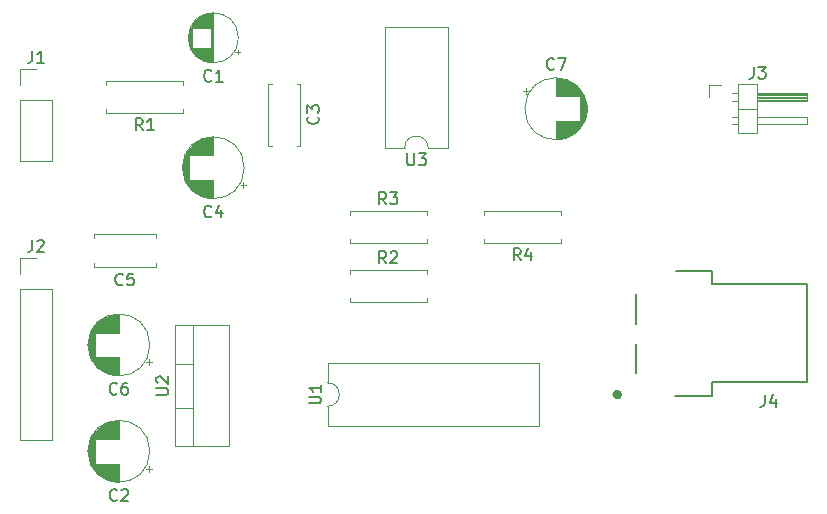
<source format=gto>
%TF.GenerationSoftware,KiCad,Pcbnew,(5.1.10)-1*%
%TF.CreationDate,2022-07-05T19:15:51+09:00*%
%TF.ProjectId,MZ_CVBS,4d5a5f43-5642-4532-9e6b-696361645f70,rev?*%
%TF.SameCoordinates,Original*%
%TF.FileFunction,Legend,Top*%
%TF.FilePolarity,Positive*%
%FSLAX46Y46*%
G04 Gerber Fmt 4.6, Leading zero omitted, Abs format (unit mm)*
G04 Created by KiCad (PCBNEW (5.1.10)-1) date 2022-07-05 19:15:51*
%MOMM*%
%LPD*%
G01*
G04 APERTURE LIST*
%ADD10C,0.120000*%
%ADD11C,0.127000*%
%ADD12C,0.400000*%
%ADD13C,0.150000*%
G04 APERTURE END LIST*
D10*
%TO.C,C1*%
X-338880000Y423000000D02*
G75*
G03*
X-338880000Y423000000I-2120000J0D01*
G01*
X-341000000Y420920000D02*
X-341000000Y425080000D01*
X-341040000Y420920000D02*
X-341040000Y425080000D01*
X-341080000Y420921000D02*
X-341080000Y425079000D01*
X-341120000Y420923000D02*
X-341120000Y425077000D01*
X-341160000Y420926000D02*
X-341160000Y425074000D01*
X-341200000Y420929000D02*
X-341200000Y422160000D01*
X-341200000Y423840000D02*
X-341200000Y425071000D01*
X-341240000Y420933000D02*
X-341240000Y422160000D01*
X-341240000Y423840000D02*
X-341240000Y425067000D01*
X-341280000Y420938000D02*
X-341280000Y422160000D01*
X-341280000Y423840000D02*
X-341280000Y425062000D01*
X-341320000Y420944000D02*
X-341320000Y422160000D01*
X-341320000Y423840000D02*
X-341320000Y425056000D01*
X-341360000Y420950000D02*
X-341360000Y422160000D01*
X-341360000Y423840000D02*
X-341360000Y425050000D01*
X-341400000Y420958000D02*
X-341400000Y422160000D01*
X-341400000Y423840000D02*
X-341400000Y425042000D01*
X-341440000Y420966000D02*
X-341440000Y422160000D01*
X-341440000Y423840000D02*
X-341440000Y425034000D01*
X-341480000Y420975000D02*
X-341480000Y422160000D01*
X-341480000Y423840000D02*
X-341480000Y425025000D01*
X-341520000Y420984000D02*
X-341520000Y422160000D01*
X-341520000Y423840000D02*
X-341520000Y425016000D01*
X-341560000Y420995000D02*
X-341560000Y422160000D01*
X-341560000Y423840000D02*
X-341560000Y425005000D01*
X-341600000Y421006000D02*
X-341600000Y422160000D01*
X-341600000Y423840000D02*
X-341600000Y424994000D01*
X-341640000Y421018000D02*
X-341640000Y422160000D01*
X-341640000Y423840000D02*
X-341640000Y424982000D01*
X-341680000Y421032000D02*
X-341680000Y422160000D01*
X-341680000Y423840000D02*
X-341680000Y424968000D01*
X-341721000Y421046000D02*
X-341721000Y422160000D01*
X-341721000Y423840000D02*
X-341721000Y424954000D01*
X-341761000Y421060000D02*
X-341761000Y422160000D01*
X-341761000Y423840000D02*
X-341761000Y424940000D01*
X-341801000Y421076000D02*
X-341801000Y422160000D01*
X-341801000Y423840000D02*
X-341801000Y424924000D01*
X-341841000Y421093000D02*
X-341841000Y422160000D01*
X-341841000Y423840000D02*
X-341841000Y424907000D01*
X-341881000Y421111000D02*
X-341881000Y422160000D01*
X-341881000Y423840000D02*
X-341881000Y424889000D01*
X-341921000Y421130000D02*
X-341921000Y422160000D01*
X-341921000Y423840000D02*
X-341921000Y424870000D01*
X-341961000Y421149000D02*
X-341961000Y422160000D01*
X-341961000Y423840000D02*
X-341961000Y424851000D01*
X-342001000Y421170000D02*
X-342001000Y422160000D01*
X-342001000Y423840000D02*
X-342001000Y424830000D01*
X-342041000Y421192000D02*
X-342041000Y422160000D01*
X-342041000Y423840000D02*
X-342041000Y424808000D01*
X-342081000Y421215000D02*
X-342081000Y422160000D01*
X-342081000Y423840000D02*
X-342081000Y424785000D01*
X-342121000Y421240000D02*
X-342121000Y422160000D01*
X-342121000Y423840000D02*
X-342121000Y424760000D01*
X-342161000Y421265000D02*
X-342161000Y422160000D01*
X-342161000Y423840000D02*
X-342161000Y424735000D01*
X-342201000Y421292000D02*
X-342201000Y422160000D01*
X-342201000Y423840000D02*
X-342201000Y424708000D01*
X-342241000Y421320000D02*
X-342241000Y422160000D01*
X-342241000Y423840000D02*
X-342241000Y424680000D01*
X-342281000Y421350000D02*
X-342281000Y422160000D01*
X-342281000Y423840000D02*
X-342281000Y424650000D01*
X-342321000Y421381000D02*
X-342321000Y422160000D01*
X-342321000Y423840000D02*
X-342321000Y424619000D01*
X-342361000Y421413000D02*
X-342361000Y422160000D01*
X-342361000Y423840000D02*
X-342361000Y424587000D01*
X-342401000Y421448000D02*
X-342401000Y422160000D01*
X-342401000Y423840000D02*
X-342401000Y424552000D01*
X-342441000Y421484000D02*
X-342441000Y422160000D01*
X-342441000Y423840000D02*
X-342441000Y424516000D01*
X-342481000Y421522000D02*
X-342481000Y422160000D01*
X-342481000Y423840000D02*
X-342481000Y424478000D01*
X-342521000Y421562000D02*
X-342521000Y422160000D01*
X-342521000Y423840000D02*
X-342521000Y424438000D01*
X-342561000Y421604000D02*
X-342561000Y422160000D01*
X-342561000Y423840000D02*
X-342561000Y424396000D01*
X-342601000Y421649000D02*
X-342601000Y422160000D01*
X-342601000Y423840000D02*
X-342601000Y424351000D01*
X-342641000Y421696000D02*
X-342641000Y422160000D01*
X-342641000Y423840000D02*
X-342641000Y424304000D01*
X-342681000Y421746000D02*
X-342681000Y422160000D01*
X-342681000Y423840000D02*
X-342681000Y424254000D01*
X-342721000Y421800000D02*
X-342721000Y422160000D01*
X-342721000Y423840000D02*
X-342721000Y424200000D01*
X-342761000Y421858000D02*
X-342761000Y422160000D01*
X-342761000Y423840000D02*
X-342761000Y424142000D01*
X-342801000Y421920000D02*
X-342801000Y422160000D01*
X-342801000Y423840000D02*
X-342801000Y424080000D01*
X-342841000Y421987000D02*
X-342841000Y424013000D01*
X-342881000Y422060000D02*
X-342881000Y423940000D01*
X-342921000Y422141000D02*
X-342921000Y423859000D01*
X-342961000Y422232000D02*
X-342961000Y423768000D01*
X-343001000Y422336000D02*
X-343001000Y423664000D01*
X-343041000Y422463000D02*
X-343041000Y423537000D01*
X-343081000Y422630000D02*
X-343081000Y423370000D01*
X-338730199Y421805000D02*
X-339130199Y421805000D01*
X-338930199Y421605000D02*
X-338930199Y422005000D01*
%TO.C,C2*%
X-346380000Y388000000D02*
G75*
G03*
X-346380000Y388000000I-2620000J0D01*
G01*
X-349000000Y389040000D02*
X-349000000Y390580000D01*
X-349000000Y385420000D02*
X-349000000Y386960000D01*
X-349040000Y389040000D02*
X-349040000Y390580000D01*
X-349040000Y385420000D02*
X-349040000Y386960000D01*
X-349080000Y385421000D02*
X-349080000Y386960000D01*
X-349080000Y389040000D02*
X-349080000Y390579000D01*
X-349120000Y385422000D02*
X-349120000Y386960000D01*
X-349120000Y389040000D02*
X-349120000Y390578000D01*
X-349160000Y385424000D02*
X-349160000Y386960000D01*
X-349160000Y389040000D02*
X-349160000Y390576000D01*
X-349200000Y385427000D02*
X-349200000Y386960000D01*
X-349200000Y389040000D02*
X-349200000Y390573000D01*
X-349240000Y385431000D02*
X-349240000Y386960000D01*
X-349240000Y389040000D02*
X-349240000Y390569000D01*
X-349280000Y385435000D02*
X-349280000Y386960000D01*
X-349280000Y389040000D02*
X-349280000Y390565000D01*
X-349320000Y385439000D02*
X-349320000Y386960000D01*
X-349320000Y389040000D02*
X-349320000Y390561000D01*
X-349360000Y385444000D02*
X-349360000Y386960000D01*
X-349360000Y389040000D02*
X-349360000Y390556000D01*
X-349400000Y385450000D02*
X-349400000Y386960000D01*
X-349400000Y389040000D02*
X-349400000Y390550000D01*
X-349440000Y385457000D02*
X-349440000Y386960000D01*
X-349440000Y389040000D02*
X-349440000Y390543000D01*
X-349480000Y385464000D02*
X-349480000Y386960000D01*
X-349480000Y389040000D02*
X-349480000Y390536000D01*
X-349520000Y385472000D02*
X-349520000Y386960000D01*
X-349520000Y389040000D02*
X-349520000Y390528000D01*
X-349560000Y385480000D02*
X-349560000Y386960000D01*
X-349560000Y389040000D02*
X-349560000Y390520000D01*
X-349600000Y385489000D02*
X-349600000Y386960000D01*
X-349600000Y389040000D02*
X-349600000Y390511000D01*
X-349640000Y385499000D02*
X-349640000Y386960000D01*
X-349640000Y389040000D02*
X-349640000Y390501000D01*
X-349680000Y385509000D02*
X-349680000Y386960000D01*
X-349680000Y389040000D02*
X-349680000Y390491000D01*
X-349721000Y385520000D02*
X-349721000Y386960000D01*
X-349721000Y389040000D02*
X-349721000Y390480000D01*
X-349761000Y385532000D02*
X-349761000Y386960000D01*
X-349761000Y389040000D02*
X-349761000Y390468000D01*
X-349801000Y385545000D02*
X-349801000Y386960000D01*
X-349801000Y389040000D02*
X-349801000Y390455000D01*
X-349841000Y385558000D02*
X-349841000Y386960000D01*
X-349841000Y389040000D02*
X-349841000Y390442000D01*
X-349881000Y385572000D02*
X-349881000Y386960000D01*
X-349881000Y389040000D02*
X-349881000Y390428000D01*
X-349921000Y385586000D02*
X-349921000Y386960000D01*
X-349921000Y389040000D02*
X-349921000Y390414000D01*
X-349961000Y385602000D02*
X-349961000Y386960000D01*
X-349961000Y389040000D02*
X-349961000Y390398000D01*
X-350001000Y385618000D02*
X-350001000Y386960000D01*
X-350001000Y389040000D02*
X-350001000Y390382000D01*
X-350041000Y385635000D02*
X-350041000Y386960000D01*
X-350041000Y389040000D02*
X-350041000Y390365000D01*
X-350081000Y385652000D02*
X-350081000Y386960000D01*
X-350081000Y389040000D02*
X-350081000Y390348000D01*
X-350121000Y385671000D02*
X-350121000Y386960000D01*
X-350121000Y389040000D02*
X-350121000Y390329000D01*
X-350161000Y385690000D02*
X-350161000Y386960000D01*
X-350161000Y389040000D02*
X-350161000Y390310000D01*
X-350201000Y385710000D02*
X-350201000Y386960000D01*
X-350201000Y389040000D02*
X-350201000Y390290000D01*
X-350241000Y385732000D02*
X-350241000Y386960000D01*
X-350241000Y389040000D02*
X-350241000Y390268000D01*
X-350281000Y385753000D02*
X-350281000Y386960000D01*
X-350281000Y389040000D02*
X-350281000Y390247000D01*
X-350321000Y385776000D02*
X-350321000Y386960000D01*
X-350321000Y389040000D02*
X-350321000Y390224000D01*
X-350361000Y385800000D02*
X-350361000Y386960000D01*
X-350361000Y389040000D02*
X-350361000Y390200000D01*
X-350401000Y385825000D02*
X-350401000Y386960000D01*
X-350401000Y389040000D02*
X-350401000Y390175000D01*
X-350441000Y385851000D02*
X-350441000Y386960000D01*
X-350441000Y389040000D02*
X-350441000Y390149000D01*
X-350481000Y385878000D02*
X-350481000Y386960000D01*
X-350481000Y389040000D02*
X-350481000Y390122000D01*
X-350521000Y385905000D02*
X-350521000Y386960000D01*
X-350521000Y389040000D02*
X-350521000Y390095000D01*
X-350561000Y385935000D02*
X-350561000Y386960000D01*
X-350561000Y389040000D02*
X-350561000Y390065000D01*
X-350601000Y385965000D02*
X-350601000Y386960000D01*
X-350601000Y389040000D02*
X-350601000Y390035000D01*
X-350641000Y385996000D02*
X-350641000Y386960000D01*
X-350641000Y389040000D02*
X-350641000Y390004000D01*
X-350681000Y386029000D02*
X-350681000Y386960000D01*
X-350681000Y389040000D02*
X-350681000Y389971000D01*
X-350721000Y386063000D02*
X-350721000Y386960000D01*
X-350721000Y389040000D02*
X-350721000Y389937000D01*
X-350761000Y386099000D02*
X-350761000Y386960000D01*
X-350761000Y389040000D02*
X-350761000Y389901000D01*
X-350801000Y386136000D02*
X-350801000Y386960000D01*
X-350801000Y389040000D02*
X-350801000Y389864000D01*
X-350841000Y386174000D02*
X-350841000Y386960000D01*
X-350841000Y389040000D02*
X-350841000Y389826000D01*
X-350881000Y386215000D02*
X-350881000Y386960000D01*
X-350881000Y389040000D02*
X-350881000Y389785000D01*
X-350921000Y386257000D02*
X-350921000Y386960000D01*
X-350921000Y389040000D02*
X-350921000Y389743000D01*
X-350961000Y386301000D02*
X-350961000Y386960000D01*
X-350961000Y389040000D02*
X-350961000Y389699000D01*
X-351001000Y386347000D02*
X-351001000Y386960000D01*
X-351001000Y389040000D02*
X-351001000Y389653000D01*
X-351041000Y386395000D02*
X-351041000Y389605000D01*
X-351081000Y386446000D02*
X-351081000Y389554000D01*
X-351121000Y386500000D02*
X-351121000Y389500000D01*
X-351161000Y386557000D02*
X-351161000Y389443000D01*
X-351201000Y386617000D02*
X-351201000Y389383000D01*
X-351241000Y386681000D02*
X-351241000Y389319000D01*
X-351281000Y386749000D02*
X-351281000Y389251000D01*
X-351321000Y386822000D02*
X-351321000Y389178000D01*
X-351361000Y386902000D02*
X-351361000Y389098000D01*
X-351401000Y386989000D02*
X-351401000Y389011000D01*
X-351441000Y387085000D02*
X-351441000Y388915000D01*
X-351481000Y387195000D02*
X-351481000Y388805000D01*
X-351521000Y387323000D02*
X-351521000Y388677000D01*
X-351561000Y387482000D02*
X-351561000Y388518000D01*
X-351601000Y387716000D02*
X-351601000Y388284000D01*
X-346195225Y386525000D02*
X-346695225Y386525000D01*
X-346445225Y386275000D02*
X-346445225Y386775000D01*
%TO.C,C3*%
X-336055000Y413880000D02*
X-336370000Y413880000D01*
X-333630000Y413880000D02*
X-333945000Y413880000D01*
X-336055000Y419120000D02*
X-336370000Y419120000D01*
X-333630000Y419120000D02*
X-333945000Y419120000D01*
X-336370000Y419120000D02*
X-336370000Y413880000D01*
X-333630000Y419120000D02*
X-333630000Y413880000D01*
%TO.C,C4*%
X-338380000Y412000000D02*
G75*
G03*
X-338380000Y412000000I-2620000J0D01*
G01*
X-341000000Y413040000D02*
X-341000000Y414580000D01*
X-341000000Y409420000D02*
X-341000000Y410960000D01*
X-341040000Y413040000D02*
X-341040000Y414580000D01*
X-341040000Y409420000D02*
X-341040000Y410960000D01*
X-341080000Y409421000D02*
X-341080000Y410960000D01*
X-341080000Y413040000D02*
X-341080000Y414579000D01*
X-341120000Y409422000D02*
X-341120000Y410960000D01*
X-341120000Y413040000D02*
X-341120000Y414578000D01*
X-341160000Y409424000D02*
X-341160000Y410960000D01*
X-341160000Y413040000D02*
X-341160000Y414576000D01*
X-341200000Y409427000D02*
X-341200000Y410960000D01*
X-341200000Y413040000D02*
X-341200000Y414573000D01*
X-341240000Y409431000D02*
X-341240000Y410960000D01*
X-341240000Y413040000D02*
X-341240000Y414569000D01*
X-341280000Y409435000D02*
X-341280000Y410960000D01*
X-341280000Y413040000D02*
X-341280000Y414565000D01*
X-341320000Y409439000D02*
X-341320000Y410960000D01*
X-341320000Y413040000D02*
X-341320000Y414561000D01*
X-341360000Y409444000D02*
X-341360000Y410960000D01*
X-341360000Y413040000D02*
X-341360000Y414556000D01*
X-341400000Y409450000D02*
X-341400000Y410960000D01*
X-341400000Y413040000D02*
X-341400000Y414550000D01*
X-341440000Y409457000D02*
X-341440000Y410960000D01*
X-341440000Y413040000D02*
X-341440000Y414543000D01*
X-341480000Y409464000D02*
X-341480000Y410960000D01*
X-341480000Y413040000D02*
X-341480000Y414536000D01*
X-341520000Y409472000D02*
X-341520000Y410960000D01*
X-341520000Y413040000D02*
X-341520000Y414528000D01*
X-341560000Y409480000D02*
X-341560000Y410960000D01*
X-341560000Y413040000D02*
X-341560000Y414520000D01*
X-341600000Y409489000D02*
X-341600000Y410960000D01*
X-341600000Y413040000D02*
X-341600000Y414511000D01*
X-341640000Y409499000D02*
X-341640000Y410960000D01*
X-341640000Y413040000D02*
X-341640000Y414501000D01*
X-341680000Y409509000D02*
X-341680000Y410960000D01*
X-341680000Y413040000D02*
X-341680000Y414491000D01*
X-341721000Y409520000D02*
X-341721000Y410960000D01*
X-341721000Y413040000D02*
X-341721000Y414480000D01*
X-341761000Y409532000D02*
X-341761000Y410960000D01*
X-341761000Y413040000D02*
X-341761000Y414468000D01*
X-341801000Y409545000D02*
X-341801000Y410960000D01*
X-341801000Y413040000D02*
X-341801000Y414455000D01*
X-341841000Y409558000D02*
X-341841000Y410960000D01*
X-341841000Y413040000D02*
X-341841000Y414442000D01*
X-341881000Y409572000D02*
X-341881000Y410960000D01*
X-341881000Y413040000D02*
X-341881000Y414428000D01*
X-341921000Y409586000D02*
X-341921000Y410960000D01*
X-341921000Y413040000D02*
X-341921000Y414414000D01*
X-341961000Y409602000D02*
X-341961000Y410960000D01*
X-341961000Y413040000D02*
X-341961000Y414398000D01*
X-342001000Y409618000D02*
X-342001000Y410960000D01*
X-342001000Y413040000D02*
X-342001000Y414382000D01*
X-342041000Y409635000D02*
X-342041000Y410960000D01*
X-342041000Y413040000D02*
X-342041000Y414365000D01*
X-342081000Y409652000D02*
X-342081000Y410960000D01*
X-342081000Y413040000D02*
X-342081000Y414348000D01*
X-342121000Y409671000D02*
X-342121000Y410960000D01*
X-342121000Y413040000D02*
X-342121000Y414329000D01*
X-342161000Y409690000D02*
X-342161000Y410960000D01*
X-342161000Y413040000D02*
X-342161000Y414310000D01*
X-342201000Y409710000D02*
X-342201000Y410960000D01*
X-342201000Y413040000D02*
X-342201000Y414290000D01*
X-342241000Y409732000D02*
X-342241000Y410960000D01*
X-342241000Y413040000D02*
X-342241000Y414268000D01*
X-342281000Y409753000D02*
X-342281000Y410960000D01*
X-342281000Y413040000D02*
X-342281000Y414247000D01*
X-342321000Y409776000D02*
X-342321000Y410960000D01*
X-342321000Y413040000D02*
X-342321000Y414224000D01*
X-342361000Y409800000D02*
X-342361000Y410960000D01*
X-342361000Y413040000D02*
X-342361000Y414200000D01*
X-342401000Y409825000D02*
X-342401000Y410960000D01*
X-342401000Y413040000D02*
X-342401000Y414175000D01*
X-342441000Y409851000D02*
X-342441000Y410960000D01*
X-342441000Y413040000D02*
X-342441000Y414149000D01*
X-342481000Y409878000D02*
X-342481000Y410960000D01*
X-342481000Y413040000D02*
X-342481000Y414122000D01*
X-342521000Y409905000D02*
X-342521000Y410960000D01*
X-342521000Y413040000D02*
X-342521000Y414095000D01*
X-342561000Y409935000D02*
X-342561000Y410960000D01*
X-342561000Y413040000D02*
X-342561000Y414065000D01*
X-342601000Y409965000D02*
X-342601000Y410960000D01*
X-342601000Y413040000D02*
X-342601000Y414035000D01*
X-342641000Y409996000D02*
X-342641000Y410960000D01*
X-342641000Y413040000D02*
X-342641000Y414004000D01*
X-342681000Y410029000D02*
X-342681000Y410960000D01*
X-342681000Y413040000D02*
X-342681000Y413971000D01*
X-342721000Y410063000D02*
X-342721000Y410960000D01*
X-342721000Y413040000D02*
X-342721000Y413937000D01*
X-342761000Y410099000D02*
X-342761000Y410960000D01*
X-342761000Y413040000D02*
X-342761000Y413901000D01*
X-342801000Y410136000D02*
X-342801000Y410960000D01*
X-342801000Y413040000D02*
X-342801000Y413864000D01*
X-342841000Y410174000D02*
X-342841000Y410960000D01*
X-342841000Y413040000D02*
X-342841000Y413826000D01*
X-342881000Y410215000D02*
X-342881000Y410960000D01*
X-342881000Y413040000D02*
X-342881000Y413785000D01*
X-342921000Y410257000D02*
X-342921000Y410960000D01*
X-342921000Y413040000D02*
X-342921000Y413743000D01*
X-342961000Y410301000D02*
X-342961000Y410960000D01*
X-342961000Y413040000D02*
X-342961000Y413699000D01*
X-343001000Y410347000D02*
X-343001000Y410960000D01*
X-343001000Y413040000D02*
X-343001000Y413653000D01*
X-343041000Y410395000D02*
X-343041000Y413605000D01*
X-343081000Y410446000D02*
X-343081000Y413554000D01*
X-343121000Y410500000D02*
X-343121000Y413500000D01*
X-343161000Y410557000D02*
X-343161000Y413443000D01*
X-343201000Y410617000D02*
X-343201000Y413383000D01*
X-343241000Y410681000D02*
X-343241000Y413319000D01*
X-343281000Y410749000D02*
X-343281000Y413251000D01*
X-343321000Y410822000D02*
X-343321000Y413178000D01*
X-343361000Y410902000D02*
X-343361000Y413098000D01*
X-343401000Y410989000D02*
X-343401000Y413011000D01*
X-343441000Y411085000D02*
X-343441000Y412915000D01*
X-343481000Y411195000D02*
X-343481000Y412805000D01*
X-343521000Y411323000D02*
X-343521000Y412677000D01*
X-343561000Y411482000D02*
X-343561000Y412518000D01*
X-343601000Y411716000D02*
X-343601000Y412284000D01*
X-338195225Y410525000D02*
X-338695225Y410525000D01*
X-338445225Y410275000D02*
X-338445225Y410775000D01*
%TO.C,C5*%
X-345880000Y403630000D02*
X-351120000Y403630000D01*
X-345880000Y406370000D02*
X-351120000Y406370000D01*
X-345880000Y403630000D02*
X-345880000Y403945000D01*
X-345880000Y406055000D02*
X-345880000Y406370000D01*
X-351120000Y403630000D02*
X-351120000Y403945000D01*
X-351120000Y406055000D02*
X-351120000Y406370000D01*
%TO.C,C6*%
X-346445225Y395275000D02*
X-346445225Y395775000D01*
X-346195225Y395525000D02*
X-346695225Y395525000D01*
X-351601000Y396716000D02*
X-351601000Y397284000D01*
X-351561000Y396482000D02*
X-351561000Y397518000D01*
X-351521000Y396323000D02*
X-351521000Y397677000D01*
X-351481000Y396195000D02*
X-351481000Y397805000D01*
X-351441000Y396085000D02*
X-351441000Y397915000D01*
X-351401000Y395989000D02*
X-351401000Y398011000D01*
X-351361000Y395902000D02*
X-351361000Y398098000D01*
X-351321000Y395822000D02*
X-351321000Y398178000D01*
X-351281000Y395749000D02*
X-351281000Y398251000D01*
X-351241000Y395681000D02*
X-351241000Y398319000D01*
X-351201000Y395617000D02*
X-351201000Y398383000D01*
X-351161000Y395557000D02*
X-351161000Y398443000D01*
X-351121000Y395500000D02*
X-351121000Y398500000D01*
X-351081000Y395446000D02*
X-351081000Y398554000D01*
X-351041000Y395395000D02*
X-351041000Y398605000D01*
X-351001000Y398040000D02*
X-351001000Y398653000D01*
X-351001000Y395347000D02*
X-351001000Y395960000D01*
X-350961000Y398040000D02*
X-350961000Y398699000D01*
X-350961000Y395301000D02*
X-350961000Y395960000D01*
X-350921000Y398040000D02*
X-350921000Y398743000D01*
X-350921000Y395257000D02*
X-350921000Y395960000D01*
X-350881000Y398040000D02*
X-350881000Y398785000D01*
X-350881000Y395215000D02*
X-350881000Y395960000D01*
X-350841000Y398040000D02*
X-350841000Y398826000D01*
X-350841000Y395174000D02*
X-350841000Y395960000D01*
X-350801000Y398040000D02*
X-350801000Y398864000D01*
X-350801000Y395136000D02*
X-350801000Y395960000D01*
X-350761000Y398040000D02*
X-350761000Y398901000D01*
X-350761000Y395099000D02*
X-350761000Y395960000D01*
X-350721000Y398040000D02*
X-350721000Y398937000D01*
X-350721000Y395063000D02*
X-350721000Y395960000D01*
X-350681000Y398040000D02*
X-350681000Y398971000D01*
X-350681000Y395029000D02*
X-350681000Y395960000D01*
X-350641000Y398040000D02*
X-350641000Y399004000D01*
X-350641000Y394996000D02*
X-350641000Y395960000D01*
X-350601000Y398040000D02*
X-350601000Y399035000D01*
X-350601000Y394965000D02*
X-350601000Y395960000D01*
X-350561000Y398040000D02*
X-350561000Y399065000D01*
X-350561000Y394935000D02*
X-350561000Y395960000D01*
X-350521000Y398040000D02*
X-350521000Y399095000D01*
X-350521000Y394905000D02*
X-350521000Y395960000D01*
X-350481000Y398040000D02*
X-350481000Y399122000D01*
X-350481000Y394878000D02*
X-350481000Y395960000D01*
X-350441000Y398040000D02*
X-350441000Y399149000D01*
X-350441000Y394851000D02*
X-350441000Y395960000D01*
X-350401000Y398040000D02*
X-350401000Y399175000D01*
X-350401000Y394825000D02*
X-350401000Y395960000D01*
X-350361000Y398040000D02*
X-350361000Y399200000D01*
X-350361000Y394800000D02*
X-350361000Y395960000D01*
X-350321000Y398040000D02*
X-350321000Y399224000D01*
X-350321000Y394776000D02*
X-350321000Y395960000D01*
X-350281000Y398040000D02*
X-350281000Y399247000D01*
X-350281000Y394753000D02*
X-350281000Y395960000D01*
X-350241000Y398040000D02*
X-350241000Y399268000D01*
X-350241000Y394732000D02*
X-350241000Y395960000D01*
X-350201000Y398040000D02*
X-350201000Y399290000D01*
X-350201000Y394710000D02*
X-350201000Y395960000D01*
X-350161000Y398040000D02*
X-350161000Y399310000D01*
X-350161000Y394690000D02*
X-350161000Y395960000D01*
X-350121000Y398040000D02*
X-350121000Y399329000D01*
X-350121000Y394671000D02*
X-350121000Y395960000D01*
X-350081000Y398040000D02*
X-350081000Y399348000D01*
X-350081000Y394652000D02*
X-350081000Y395960000D01*
X-350041000Y398040000D02*
X-350041000Y399365000D01*
X-350041000Y394635000D02*
X-350041000Y395960000D01*
X-350001000Y398040000D02*
X-350001000Y399382000D01*
X-350001000Y394618000D02*
X-350001000Y395960000D01*
X-349961000Y398040000D02*
X-349961000Y399398000D01*
X-349961000Y394602000D02*
X-349961000Y395960000D01*
X-349921000Y398040000D02*
X-349921000Y399414000D01*
X-349921000Y394586000D02*
X-349921000Y395960000D01*
X-349881000Y398040000D02*
X-349881000Y399428000D01*
X-349881000Y394572000D02*
X-349881000Y395960000D01*
X-349841000Y398040000D02*
X-349841000Y399442000D01*
X-349841000Y394558000D02*
X-349841000Y395960000D01*
X-349801000Y398040000D02*
X-349801000Y399455000D01*
X-349801000Y394545000D02*
X-349801000Y395960000D01*
X-349761000Y398040000D02*
X-349761000Y399468000D01*
X-349761000Y394532000D02*
X-349761000Y395960000D01*
X-349721000Y398040000D02*
X-349721000Y399480000D01*
X-349721000Y394520000D02*
X-349721000Y395960000D01*
X-349680000Y398040000D02*
X-349680000Y399491000D01*
X-349680000Y394509000D02*
X-349680000Y395960000D01*
X-349640000Y398040000D02*
X-349640000Y399501000D01*
X-349640000Y394499000D02*
X-349640000Y395960000D01*
X-349600000Y398040000D02*
X-349600000Y399511000D01*
X-349600000Y394489000D02*
X-349600000Y395960000D01*
X-349560000Y398040000D02*
X-349560000Y399520000D01*
X-349560000Y394480000D02*
X-349560000Y395960000D01*
X-349520000Y398040000D02*
X-349520000Y399528000D01*
X-349520000Y394472000D02*
X-349520000Y395960000D01*
X-349480000Y398040000D02*
X-349480000Y399536000D01*
X-349480000Y394464000D02*
X-349480000Y395960000D01*
X-349440000Y398040000D02*
X-349440000Y399543000D01*
X-349440000Y394457000D02*
X-349440000Y395960000D01*
X-349400000Y398040000D02*
X-349400000Y399550000D01*
X-349400000Y394450000D02*
X-349400000Y395960000D01*
X-349360000Y398040000D02*
X-349360000Y399556000D01*
X-349360000Y394444000D02*
X-349360000Y395960000D01*
X-349320000Y398040000D02*
X-349320000Y399561000D01*
X-349320000Y394439000D02*
X-349320000Y395960000D01*
X-349280000Y398040000D02*
X-349280000Y399565000D01*
X-349280000Y394435000D02*
X-349280000Y395960000D01*
X-349240000Y398040000D02*
X-349240000Y399569000D01*
X-349240000Y394431000D02*
X-349240000Y395960000D01*
X-349200000Y398040000D02*
X-349200000Y399573000D01*
X-349200000Y394427000D02*
X-349200000Y395960000D01*
X-349160000Y398040000D02*
X-349160000Y399576000D01*
X-349160000Y394424000D02*
X-349160000Y395960000D01*
X-349120000Y398040000D02*
X-349120000Y399578000D01*
X-349120000Y394422000D02*
X-349120000Y395960000D01*
X-349080000Y398040000D02*
X-349080000Y399579000D01*
X-349080000Y394421000D02*
X-349080000Y395960000D01*
X-349040000Y394420000D02*
X-349040000Y395960000D01*
X-349040000Y398040000D02*
X-349040000Y399580000D01*
X-349000000Y394420000D02*
X-349000000Y395960000D01*
X-349000000Y398040000D02*
X-349000000Y399580000D01*
X-346380000Y397000000D02*
G75*
G03*
X-346380000Y397000000I-2620000J0D01*
G01*
%TO.C,C7*%
X-314554775Y418725000D02*
X-314554775Y418225000D01*
X-314804775Y418475000D02*
X-314304775Y418475000D01*
X-309399000Y417284000D02*
X-309399000Y416716000D01*
X-309439000Y417518000D02*
X-309439000Y416482000D01*
X-309479000Y417677000D02*
X-309479000Y416323000D01*
X-309519000Y417805000D02*
X-309519000Y416195000D01*
X-309559000Y417915000D02*
X-309559000Y416085000D01*
X-309599000Y418011000D02*
X-309599000Y415989000D01*
X-309639000Y418098000D02*
X-309639000Y415902000D01*
X-309679000Y418178000D02*
X-309679000Y415822000D01*
X-309719000Y418251000D02*
X-309719000Y415749000D01*
X-309759000Y418319000D02*
X-309759000Y415681000D01*
X-309799000Y418383000D02*
X-309799000Y415617000D01*
X-309839000Y418443000D02*
X-309839000Y415557000D01*
X-309879000Y418500000D02*
X-309879000Y415500000D01*
X-309919000Y418554000D02*
X-309919000Y415446000D01*
X-309959000Y418605000D02*
X-309959000Y415395000D01*
X-309999000Y415960000D02*
X-309999000Y415347000D01*
X-309999000Y418653000D02*
X-309999000Y418040000D01*
X-310039000Y415960000D02*
X-310039000Y415301000D01*
X-310039000Y418699000D02*
X-310039000Y418040000D01*
X-310079000Y415960000D02*
X-310079000Y415257000D01*
X-310079000Y418743000D02*
X-310079000Y418040000D01*
X-310119000Y415960000D02*
X-310119000Y415215000D01*
X-310119000Y418785000D02*
X-310119000Y418040000D01*
X-310159000Y415960000D02*
X-310159000Y415174000D01*
X-310159000Y418826000D02*
X-310159000Y418040000D01*
X-310199000Y415960000D02*
X-310199000Y415136000D01*
X-310199000Y418864000D02*
X-310199000Y418040000D01*
X-310239000Y415960000D02*
X-310239000Y415099000D01*
X-310239000Y418901000D02*
X-310239000Y418040000D01*
X-310279000Y415960000D02*
X-310279000Y415063000D01*
X-310279000Y418937000D02*
X-310279000Y418040000D01*
X-310319000Y415960000D02*
X-310319000Y415029000D01*
X-310319000Y418971000D02*
X-310319000Y418040000D01*
X-310359000Y415960000D02*
X-310359000Y414996000D01*
X-310359000Y419004000D02*
X-310359000Y418040000D01*
X-310399000Y415960000D02*
X-310399000Y414965000D01*
X-310399000Y419035000D02*
X-310399000Y418040000D01*
X-310439000Y415960000D02*
X-310439000Y414935000D01*
X-310439000Y419065000D02*
X-310439000Y418040000D01*
X-310479000Y415960000D02*
X-310479000Y414905000D01*
X-310479000Y419095000D02*
X-310479000Y418040000D01*
X-310519000Y415960000D02*
X-310519000Y414878000D01*
X-310519000Y419122000D02*
X-310519000Y418040000D01*
X-310559000Y415960000D02*
X-310559000Y414851000D01*
X-310559000Y419149000D02*
X-310559000Y418040000D01*
X-310599000Y415960000D02*
X-310599000Y414825000D01*
X-310599000Y419175000D02*
X-310599000Y418040000D01*
X-310639000Y415960000D02*
X-310639000Y414800000D01*
X-310639000Y419200000D02*
X-310639000Y418040000D01*
X-310679000Y415960000D02*
X-310679000Y414776000D01*
X-310679000Y419224000D02*
X-310679000Y418040000D01*
X-310719000Y415960000D02*
X-310719000Y414753000D01*
X-310719000Y419247000D02*
X-310719000Y418040000D01*
X-310759000Y415960000D02*
X-310759000Y414732000D01*
X-310759000Y419268000D02*
X-310759000Y418040000D01*
X-310799000Y415960000D02*
X-310799000Y414710000D01*
X-310799000Y419290000D02*
X-310799000Y418040000D01*
X-310839000Y415960000D02*
X-310839000Y414690000D01*
X-310839000Y419310000D02*
X-310839000Y418040000D01*
X-310879000Y415960000D02*
X-310879000Y414671000D01*
X-310879000Y419329000D02*
X-310879000Y418040000D01*
X-310919000Y415960000D02*
X-310919000Y414652000D01*
X-310919000Y419348000D02*
X-310919000Y418040000D01*
X-310959000Y415960000D02*
X-310959000Y414635000D01*
X-310959000Y419365000D02*
X-310959000Y418040000D01*
X-310999000Y415960000D02*
X-310999000Y414618000D01*
X-310999000Y419382000D02*
X-310999000Y418040000D01*
X-311039000Y415960000D02*
X-311039000Y414602000D01*
X-311039000Y419398000D02*
X-311039000Y418040000D01*
X-311079000Y415960000D02*
X-311079000Y414586000D01*
X-311079000Y419414000D02*
X-311079000Y418040000D01*
X-311119000Y415960000D02*
X-311119000Y414572000D01*
X-311119000Y419428000D02*
X-311119000Y418040000D01*
X-311159000Y415960000D02*
X-311159000Y414558000D01*
X-311159000Y419442000D02*
X-311159000Y418040000D01*
X-311199000Y415960000D02*
X-311199000Y414545000D01*
X-311199000Y419455000D02*
X-311199000Y418040000D01*
X-311239000Y415960000D02*
X-311239000Y414532000D01*
X-311239000Y419468000D02*
X-311239000Y418040000D01*
X-311279000Y415960000D02*
X-311279000Y414520000D01*
X-311279000Y419480000D02*
X-311279000Y418040000D01*
X-311320000Y415960000D02*
X-311320000Y414509000D01*
X-311320000Y419491000D02*
X-311320000Y418040000D01*
X-311360000Y415960000D02*
X-311360000Y414499000D01*
X-311360000Y419501000D02*
X-311360000Y418040000D01*
X-311400000Y415960000D02*
X-311400000Y414489000D01*
X-311400000Y419511000D02*
X-311400000Y418040000D01*
X-311440000Y415960000D02*
X-311440000Y414480000D01*
X-311440000Y419520000D02*
X-311440000Y418040000D01*
X-311480000Y415960000D02*
X-311480000Y414472000D01*
X-311480000Y419528000D02*
X-311480000Y418040000D01*
X-311520000Y415960000D02*
X-311520000Y414464000D01*
X-311520000Y419536000D02*
X-311520000Y418040000D01*
X-311560000Y415960000D02*
X-311560000Y414457000D01*
X-311560000Y419543000D02*
X-311560000Y418040000D01*
X-311600000Y415960000D02*
X-311600000Y414450000D01*
X-311600000Y419550000D02*
X-311600000Y418040000D01*
X-311640000Y415960000D02*
X-311640000Y414444000D01*
X-311640000Y419556000D02*
X-311640000Y418040000D01*
X-311680000Y415960000D02*
X-311680000Y414439000D01*
X-311680000Y419561000D02*
X-311680000Y418040000D01*
X-311720000Y415960000D02*
X-311720000Y414435000D01*
X-311720000Y419565000D02*
X-311720000Y418040000D01*
X-311760000Y415960000D02*
X-311760000Y414431000D01*
X-311760000Y419569000D02*
X-311760000Y418040000D01*
X-311800000Y415960000D02*
X-311800000Y414427000D01*
X-311800000Y419573000D02*
X-311800000Y418040000D01*
X-311840000Y415960000D02*
X-311840000Y414424000D01*
X-311840000Y419576000D02*
X-311840000Y418040000D01*
X-311880000Y415960000D02*
X-311880000Y414422000D01*
X-311880000Y419578000D02*
X-311880000Y418040000D01*
X-311920000Y415960000D02*
X-311920000Y414421000D01*
X-311920000Y419579000D02*
X-311920000Y418040000D01*
X-311960000Y419580000D02*
X-311960000Y418040000D01*
X-311960000Y415960000D02*
X-311960000Y414420000D01*
X-312000000Y419580000D02*
X-312000000Y418040000D01*
X-312000000Y415960000D02*
X-312000000Y414420000D01*
X-309380000Y417000000D02*
G75*
G03*
X-309380000Y417000000I-2620000J0D01*
G01*
%TO.C,J1*%
X-357330000Y412590000D02*
X-354670000Y412590000D01*
X-357330000Y417730000D02*
X-357330000Y412590000D01*
X-354670000Y417730000D02*
X-354670000Y412590000D01*
X-357330000Y417730000D02*
X-354670000Y417730000D01*
X-357330000Y419000000D02*
X-357330000Y420330000D01*
X-357330000Y420330000D02*
X-356000000Y420330000D01*
%TO.C,J2*%
X-357330000Y388970000D02*
X-354670000Y388970000D01*
X-357330000Y401730000D02*
X-357330000Y388970000D01*
X-354670000Y401730000D02*
X-354670000Y388970000D01*
X-357330000Y401730000D02*
X-354670000Y401730000D01*
X-357330000Y403000000D02*
X-357330000Y404330000D01*
X-357330000Y404330000D02*
X-356000000Y404330000D01*
%TO.C,J3*%
X-296560000Y419060000D02*
X-296560000Y414940000D01*
X-296560000Y414940000D02*
X-294940000Y414940000D01*
X-294940000Y414940000D02*
X-294940000Y419060000D01*
X-294940000Y419060000D02*
X-296560000Y419060000D01*
X-294940000Y418310000D02*
X-290740000Y418310000D01*
X-290740000Y418310000D02*
X-290740000Y417690000D01*
X-290740000Y417690000D02*
X-294940000Y417690000D01*
X-294940000Y418250000D02*
X-290740000Y418250000D01*
X-294940000Y418130000D02*
X-290740000Y418130000D01*
X-294940000Y418010000D02*
X-290740000Y418010000D01*
X-294940000Y417890000D02*
X-290740000Y417890000D01*
X-294940000Y417770000D02*
X-290740000Y417770000D01*
X-297065000Y418310000D02*
X-296560000Y418310000D01*
X-297065000Y417690000D02*
X-296560000Y417690000D01*
X-296560000Y417000000D02*
X-294940000Y417000000D01*
X-294940000Y416310000D02*
X-290740000Y416310000D01*
X-290740000Y416310000D02*
X-290740000Y415690000D01*
X-290740000Y415690000D02*
X-294940000Y415690000D01*
X-297117886Y416310000D02*
X-296560000Y416310000D01*
X-297117886Y415690000D02*
X-296560000Y415690000D01*
X-299000000Y418000000D02*
X-299000000Y419000000D01*
X-299000000Y419000000D02*
X-298000000Y419000000D01*
D11*
%TO.C,J4*%
X-298750000Y393850000D02*
X-290750000Y393850000D01*
X-290750000Y393850000D02*
X-290750000Y402150000D01*
X-290750000Y402150000D02*
X-298750000Y402150000D01*
X-298750000Y402150000D02*
X-298750000Y403300000D01*
X-298750000Y403300000D02*
X-301850000Y403300000D01*
X-298750000Y392700000D02*
X-298750000Y393850000D01*
X-301950000Y392700000D02*
X-298750000Y392700000D01*
X-305250000Y401350000D02*
X-305250000Y398800000D01*
X-305250000Y397100000D02*
X-305250000Y394600000D01*
D12*
X-306600000Y392800000D02*
G75*
G03*
X-306600000Y392800000I-200000J0D01*
G01*
D10*
%TO.C,R1*%
X-343540000Y416960000D02*
X-343540000Y416630000D01*
X-343540000Y416630000D02*
X-350080000Y416630000D01*
X-350080000Y416630000D02*
X-350080000Y416960000D01*
X-343540000Y419040000D02*
X-343540000Y419370000D01*
X-343540000Y419370000D02*
X-350080000Y419370000D01*
X-350080000Y419370000D02*
X-350080000Y419040000D01*
%TO.C,R2*%
X-322920000Y400630000D02*
X-322920000Y400960000D01*
X-329460000Y400630000D02*
X-322920000Y400630000D01*
X-329460000Y400960000D02*
X-329460000Y400630000D01*
X-322920000Y403370000D02*
X-322920000Y403040000D01*
X-329460000Y403370000D02*
X-322920000Y403370000D01*
X-329460000Y403040000D02*
X-329460000Y403370000D01*
%TO.C,R3*%
X-329460000Y408040000D02*
X-329460000Y408370000D01*
X-329460000Y408370000D02*
X-322920000Y408370000D01*
X-322920000Y408370000D02*
X-322920000Y408040000D01*
X-329460000Y405960000D02*
X-329460000Y405630000D01*
X-329460000Y405630000D02*
X-322920000Y405630000D01*
X-322920000Y405630000D02*
X-322920000Y405960000D01*
%TO.C,R4*%
X-318080000Y408370000D02*
X-318080000Y408040000D01*
X-311540000Y408370000D02*
X-318080000Y408370000D01*
X-311540000Y408040000D02*
X-311540000Y408370000D01*
X-318080000Y405630000D02*
X-318080000Y405960000D01*
X-311540000Y405630000D02*
X-318080000Y405630000D01*
X-311540000Y405960000D02*
X-311540000Y405630000D01*
%TO.C,U1*%
X-331330000Y391810000D02*
X-331330000Y390160000D01*
X-331330000Y390160000D02*
X-313430000Y390160000D01*
X-313430000Y390160000D02*
X-313430000Y395460000D01*
X-313430000Y395460000D02*
X-331330000Y395460000D01*
X-331330000Y395460000D02*
X-331330000Y393810000D01*
X-331330000Y393810000D02*
G75*
G02*
X-331330000Y391810000I0J-1000000D01*
G01*
%TO.C,U2*%
X-344270000Y388420000D02*
X-344270000Y398660000D01*
X-339629000Y388420000D02*
X-339629000Y398660000D01*
X-344270000Y388420000D02*
X-339629000Y388420000D01*
X-344270000Y398660000D02*
X-339629000Y398660000D01*
X-342760000Y388420000D02*
X-342760000Y398660000D01*
X-344270000Y391690000D02*
X-342760000Y391690000D01*
X-344270000Y395391000D02*
X-342760000Y395391000D01*
%TO.C,U3*%
X-322810000Y413670000D02*
X-321160000Y413670000D01*
X-321160000Y413670000D02*
X-321160000Y423950000D01*
X-321160000Y423950000D02*
X-326460000Y423950000D01*
X-326460000Y423950000D02*
X-326460000Y413670000D01*
X-326460000Y413670000D02*
X-324810000Y413670000D01*
X-324810000Y413670000D02*
G75*
G02*
X-322810000Y413670000I1000000J0D01*
G01*
%TO.C,*%
D13*
%TO.C,C1*%
X-341166666Y419392857D02*
X-341214285Y419345238D01*
X-341357142Y419297619D01*
X-341452380Y419297619D01*
X-341595238Y419345238D01*
X-341690476Y419440476D01*
X-341738095Y419535714D01*
X-341785714Y419726190D01*
X-341785714Y419869047D01*
X-341738095Y420059523D01*
X-341690476Y420154761D01*
X-341595238Y420250000D01*
X-341452380Y420297619D01*
X-341357142Y420297619D01*
X-341214285Y420250000D01*
X-341166666Y420202380D01*
X-340214285Y419297619D02*
X-340785714Y419297619D01*
X-340500000Y419297619D02*
X-340500000Y420297619D01*
X-340595238Y420154761D01*
X-340690476Y420059523D01*
X-340785714Y420011904D01*
%TO.C,C2*%
X-349166666Y383892857D02*
X-349214285Y383845238D01*
X-349357142Y383797619D01*
X-349452380Y383797619D01*
X-349595238Y383845238D01*
X-349690476Y383940476D01*
X-349738095Y384035714D01*
X-349785714Y384226190D01*
X-349785714Y384369047D01*
X-349738095Y384559523D01*
X-349690476Y384654761D01*
X-349595238Y384750000D01*
X-349452380Y384797619D01*
X-349357142Y384797619D01*
X-349214285Y384750000D01*
X-349166666Y384702380D01*
X-348785714Y384702380D02*
X-348738095Y384750000D01*
X-348642857Y384797619D01*
X-348404761Y384797619D01*
X-348309523Y384750000D01*
X-348261904Y384702380D01*
X-348214285Y384607142D01*
X-348214285Y384511904D01*
X-348261904Y384369047D01*
X-348833333Y383797619D01*
X-348214285Y383797619D01*
%TO.C,C3*%
X-332142857Y416333333D02*
X-332095238Y416285714D01*
X-332047619Y416142857D01*
X-332047619Y416047619D01*
X-332095238Y415904761D01*
X-332190476Y415809523D01*
X-332285714Y415761904D01*
X-332476190Y415714285D01*
X-332619047Y415714285D01*
X-332809523Y415761904D01*
X-332904761Y415809523D01*
X-333000000Y415904761D01*
X-333047619Y416047619D01*
X-333047619Y416142857D01*
X-333000000Y416285714D01*
X-332952380Y416333333D01*
X-333047619Y416666666D02*
X-333047619Y417285714D01*
X-332666666Y416952380D01*
X-332666666Y417095238D01*
X-332619047Y417190476D01*
X-332571428Y417238095D01*
X-332476190Y417285714D01*
X-332238095Y417285714D01*
X-332142857Y417238095D01*
X-332095238Y417190476D01*
X-332047619Y417095238D01*
X-332047619Y416809523D01*
X-332095238Y416714285D01*
X-332142857Y416666666D01*
%TO.C,C4*%
X-341166666Y407892857D02*
X-341214285Y407845238D01*
X-341357142Y407797619D01*
X-341452380Y407797619D01*
X-341595238Y407845238D01*
X-341690476Y407940476D01*
X-341738095Y408035714D01*
X-341785714Y408226190D01*
X-341785714Y408369047D01*
X-341738095Y408559523D01*
X-341690476Y408654761D01*
X-341595238Y408750000D01*
X-341452380Y408797619D01*
X-341357142Y408797619D01*
X-341214285Y408750000D01*
X-341166666Y408702380D01*
X-340309523Y408464285D02*
X-340309523Y407797619D01*
X-340547619Y408845238D02*
X-340785714Y408130952D01*
X-340166666Y408130952D01*
%TO.C,C5*%
X-348666666Y402142857D02*
X-348714285Y402095238D01*
X-348857142Y402047619D01*
X-348952380Y402047619D01*
X-349095238Y402095238D01*
X-349190476Y402190476D01*
X-349238095Y402285714D01*
X-349285714Y402476190D01*
X-349285714Y402619047D01*
X-349238095Y402809523D01*
X-349190476Y402904761D01*
X-349095238Y403000000D01*
X-348952380Y403047619D01*
X-348857142Y403047619D01*
X-348714285Y403000000D01*
X-348666666Y402952380D01*
X-347761904Y403047619D02*
X-348238095Y403047619D01*
X-348285714Y402571428D01*
X-348238095Y402619047D01*
X-348142857Y402666666D01*
X-347904761Y402666666D01*
X-347809523Y402619047D01*
X-347761904Y402571428D01*
X-347714285Y402476190D01*
X-347714285Y402238095D01*
X-347761904Y402142857D01*
X-347809523Y402095238D01*
X-347904761Y402047619D01*
X-348142857Y402047619D01*
X-348238095Y402095238D01*
X-348285714Y402142857D01*
%TO.C,C6*%
X-349166666Y392892857D02*
X-349214285Y392845238D01*
X-349357142Y392797619D01*
X-349452380Y392797619D01*
X-349595238Y392845238D01*
X-349690476Y392940476D01*
X-349738095Y393035714D01*
X-349785714Y393226190D01*
X-349785714Y393369047D01*
X-349738095Y393559523D01*
X-349690476Y393654761D01*
X-349595238Y393750000D01*
X-349452380Y393797619D01*
X-349357142Y393797619D01*
X-349214285Y393750000D01*
X-349166666Y393702380D01*
X-348309523Y393797619D02*
X-348500000Y393797619D01*
X-348595238Y393750000D01*
X-348642857Y393702380D01*
X-348738095Y393559523D01*
X-348785714Y393369047D01*
X-348785714Y392988095D01*
X-348738095Y392892857D01*
X-348690476Y392845238D01*
X-348595238Y392797619D01*
X-348404761Y392797619D01*
X-348309523Y392845238D01*
X-348261904Y392892857D01*
X-348214285Y392988095D01*
X-348214285Y393226190D01*
X-348261904Y393321428D01*
X-348309523Y393369047D01*
X-348404761Y393416666D01*
X-348595238Y393416666D01*
X-348690476Y393369047D01*
X-348738095Y393321428D01*
X-348785714Y393226190D01*
%TO.C,C7*%
X-312166666Y420392857D02*
X-312214285Y420345238D01*
X-312357142Y420297619D01*
X-312452380Y420297619D01*
X-312595238Y420345238D01*
X-312690476Y420440476D01*
X-312738095Y420535714D01*
X-312785714Y420726190D01*
X-312785714Y420869047D01*
X-312738095Y421059523D01*
X-312690476Y421154761D01*
X-312595238Y421250000D01*
X-312452380Y421297619D01*
X-312357142Y421297619D01*
X-312214285Y421250000D01*
X-312166666Y421202380D01*
X-311833333Y421297619D02*
X-311166666Y421297619D01*
X-311595238Y420297619D01*
%TO.C,J1*%
X-356333333Y421877619D02*
X-356333333Y421163333D01*
X-356380952Y421020476D01*
X-356476190Y420925238D01*
X-356619047Y420877619D01*
X-356714285Y420877619D01*
X-355333333Y420877619D02*
X-355904761Y420877619D01*
X-355619047Y420877619D02*
X-355619047Y421877619D01*
X-355714285Y421734761D01*
X-355809523Y421639523D01*
X-355904761Y421591904D01*
%TO.C,J2*%
X-356333333Y405877619D02*
X-356333333Y405163333D01*
X-356380952Y405020476D01*
X-356476190Y404925238D01*
X-356619047Y404877619D01*
X-356714285Y404877619D01*
X-355904761Y405782380D02*
X-355857142Y405830000D01*
X-355761904Y405877619D01*
X-355523809Y405877619D01*
X-355428571Y405830000D01*
X-355380952Y405782380D01*
X-355333333Y405687142D01*
X-355333333Y405591904D01*
X-355380952Y405449047D01*
X-355952380Y404877619D01*
X-355333333Y404877619D01*
%TO.C,J3*%
X-295233333Y420547619D02*
X-295233333Y419833333D01*
X-295280952Y419690476D01*
X-295376190Y419595238D01*
X-295519047Y419547619D01*
X-295614285Y419547619D01*
X-294852380Y420547619D02*
X-294233333Y420547619D01*
X-294566666Y420166666D01*
X-294423809Y420166666D01*
X-294328571Y420119047D01*
X-294280952Y420071428D01*
X-294233333Y419976190D01*
X-294233333Y419738095D01*
X-294280952Y419642857D01*
X-294328571Y419595238D01*
X-294423809Y419547619D01*
X-294709523Y419547619D01*
X-294804761Y419595238D01*
X-294852380Y419642857D01*
%TO.C,J4*%
X-294303150Y392785306D02*
X-294303150Y392070019D01*
X-294350836Y391926962D01*
X-294446208Y391831590D01*
X-294589265Y391783904D01*
X-294684637Y391783904D01*
X-293397120Y392451506D02*
X-293397120Y391783904D01*
X-293635549Y392832992D02*
X-293873978Y392117705D01*
X-293254062Y392117705D01*
%TO.C,R1*%
X-346976666Y415177619D02*
X-347310000Y415653809D01*
X-347548095Y415177619D02*
X-347548095Y416177619D01*
X-347167142Y416177619D01*
X-347071904Y416130000D01*
X-347024285Y416082380D01*
X-346976666Y415987142D01*
X-346976666Y415844285D01*
X-347024285Y415749047D01*
X-347071904Y415701428D01*
X-347167142Y415653809D01*
X-347548095Y415653809D01*
X-346024285Y415177619D02*
X-346595714Y415177619D01*
X-346310000Y415177619D02*
X-346310000Y416177619D01*
X-346405238Y416034761D01*
X-346500476Y415939523D01*
X-346595714Y415891904D01*
%TO.C,R2*%
X-326356666Y403917619D02*
X-326690000Y404393809D01*
X-326928095Y403917619D02*
X-326928095Y404917619D01*
X-326547142Y404917619D01*
X-326451904Y404870000D01*
X-326404285Y404822380D01*
X-326356666Y404727142D01*
X-326356666Y404584285D01*
X-326404285Y404489047D01*
X-326451904Y404441428D01*
X-326547142Y404393809D01*
X-326928095Y404393809D01*
X-325975714Y404822380D02*
X-325928095Y404870000D01*
X-325832857Y404917619D01*
X-325594761Y404917619D01*
X-325499523Y404870000D01*
X-325451904Y404822380D01*
X-325404285Y404727142D01*
X-325404285Y404631904D01*
X-325451904Y404489047D01*
X-326023333Y403917619D01*
X-325404285Y403917619D01*
%TO.C,R3*%
X-326356666Y408917619D02*
X-326690000Y409393809D01*
X-326928095Y408917619D02*
X-326928095Y409917619D01*
X-326547142Y409917619D01*
X-326451904Y409870000D01*
X-326404285Y409822380D01*
X-326356666Y409727142D01*
X-326356666Y409584285D01*
X-326404285Y409489047D01*
X-326451904Y409441428D01*
X-326547142Y409393809D01*
X-326928095Y409393809D01*
X-326023333Y409917619D02*
X-325404285Y409917619D01*
X-325737619Y409536666D01*
X-325594761Y409536666D01*
X-325499523Y409489047D01*
X-325451904Y409441428D01*
X-325404285Y409346190D01*
X-325404285Y409108095D01*
X-325451904Y409012857D01*
X-325499523Y408965238D01*
X-325594761Y408917619D01*
X-325880476Y408917619D01*
X-325975714Y408965238D01*
X-326023333Y409012857D01*
%TO.C,R4*%
X-314976666Y404177619D02*
X-315310000Y404653809D01*
X-315548095Y404177619D02*
X-315548095Y405177619D01*
X-315167142Y405177619D01*
X-315071904Y405130000D01*
X-315024285Y405082380D01*
X-314976666Y404987142D01*
X-314976666Y404844285D01*
X-315024285Y404749047D01*
X-315071904Y404701428D01*
X-315167142Y404653809D01*
X-315548095Y404653809D01*
X-314119523Y404844285D02*
X-314119523Y404177619D01*
X-314357619Y405225238D02*
X-314595714Y404510952D01*
X-313976666Y404510952D01*
%TO.C,U1*%
X-332877619Y392048095D02*
X-332068095Y392048095D01*
X-331972857Y392095714D01*
X-331925238Y392143333D01*
X-331877619Y392238571D01*
X-331877619Y392429047D01*
X-331925238Y392524285D01*
X-331972857Y392571904D01*
X-332068095Y392619523D01*
X-332877619Y392619523D01*
X-331877619Y393619523D02*
X-331877619Y393048095D01*
X-331877619Y393333809D02*
X-332877619Y393333809D01*
X-332734761Y393238571D01*
X-332639523Y393143333D01*
X-332591904Y393048095D01*
%TO.C,U2*%
X-345817619Y392778095D02*
X-345008095Y392778095D01*
X-344912857Y392825714D01*
X-344865238Y392873333D01*
X-344817619Y392968571D01*
X-344817619Y393159047D01*
X-344865238Y393254285D01*
X-344912857Y393301904D01*
X-345008095Y393349523D01*
X-345817619Y393349523D01*
X-345722380Y393778095D02*
X-345770000Y393825714D01*
X-345817619Y393920952D01*
X-345817619Y394159047D01*
X-345770000Y394254285D01*
X-345722380Y394301904D01*
X-345627142Y394349523D01*
X-345531904Y394349523D01*
X-345389047Y394301904D01*
X-344817619Y393730476D01*
X-344817619Y394349523D01*
%TO.C,U3*%
X-324571904Y413217619D02*
X-324571904Y412408095D01*
X-324524285Y412312857D01*
X-324476666Y412265238D01*
X-324381428Y412217619D01*
X-324190952Y412217619D01*
X-324095714Y412265238D01*
X-324048095Y412312857D01*
X-324000476Y412408095D01*
X-324000476Y413217619D01*
X-323619523Y413217619D02*
X-323000476Y413217619D01*
X-323333809Y412836666D01*
X-323190952Y412836666D01*
X-323095714Y412789047D01*
X-323048095Y412741428D01*
X-323000476Y412646190D01*
X-323000476Y412408095D01*
X-323048095Y412312857D01*
X-323095714Y412265238D01*
X-323190952Y412217619D01*
X-323476666Y412217619D01*
X-323571904Y412265238D01*
X-323619523Y412312857D01*
%TD*%
M02*

</source>
